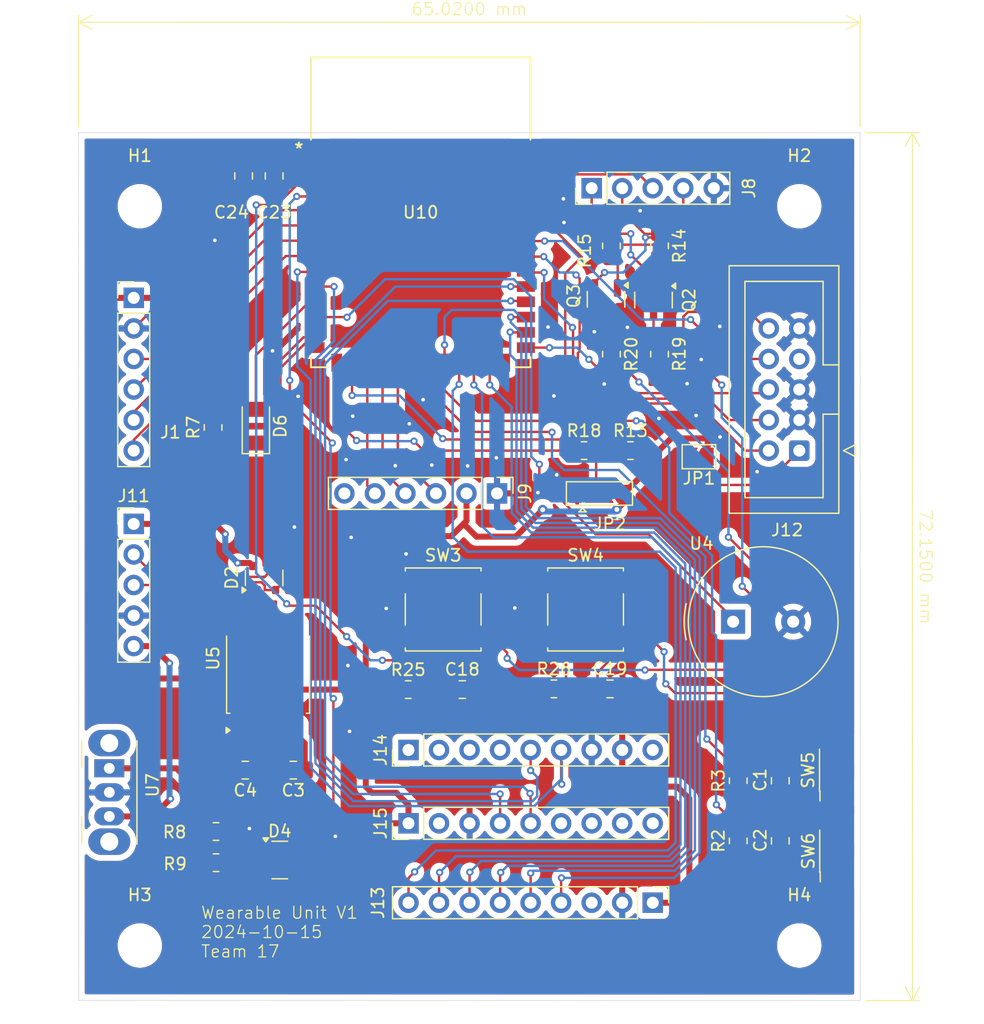
<source format=kicad_pcb>
(kicad_pcb (version 20240108) (generator "pcbnew") (generator_version "8.0")
  (layers (0 "F.Cu" signal) (31 "B.Cu" signal) (34 "B.Paste" user) (35 "F.Paste" user) (36 "B.SilkS" user "B.Silkscreen") (37 "F.SilkS" user "F.Silkscreen") (38 "B.Mask" user) (39 "F.Mask" user) (44 "Edge.Cuts" user))
  (net 0 "")
  (net 1 "/BUTTON_1")
  (net 2 "GND")
  (net 3 "/BUTTON_2")
  (net 4 "/VBAT")
  (net 5 "+3V3")
  (net 6 "/CHIP_PU")
  (net 7 "/GPIO0_STRAPPING")
  (net 8 "/D-")
  (net 9 "+5V")
  (net 10 "/D+")
  (net 11 "/VBAT_SENSE")
  (net 12 "/LED")
  (net 13 "Net-(D6-K)")
  (net 14 "/TX")
  (net 15 "/RTS")
  (net 16 "/RX")
  (net 17 "/DTR")
  (net 18 "/GPIO15")
  (net 19 "/GPIO6")
  (net 20 "/GPIO7")
  (net 21 "/GPIO5")
  (net 22 "/MTCK")
  (net 23 "Net-(J12-VTref)")
  (net 24 "/MTDI")
  (net 26 "/MTMS")
  (net 27 "/MTDO")
  (net 28 "Net-(JP2-C)")
  (net 29 "Net-(Q2-B)")
  (net 30 "Net-(Q2-C)")
  (net 31 "Net-(Q3-B)")
  (net 32 "Net-(Q3-C)")
  (net 33 "/GPIO46_STRAPPING")
  (net 34 "/GPIO3_STRAPPING")
  (net 35 "/BUZZER")
  (net 36 "/HR_LO-")
  (net 37 "/LORA_CS")
  (net 38 "/HR_OUTPUT")
  (net 39 "/LORA_SCK")
  (net 40 "/I_M_2")
  (net 41 "/I_M_1")
  (net 42 "/LORA_G0")
  (net 43 "/LORA_MISO")
  (net 44 "/LORA_RST")
  (net 45 "/HR_L0+")
  (net 46 "/6DOF_SDA")
  (net 47 "/LORA_MOSI")
  (net 48 "/GPIO45_STRAPPING")
  (net 49 "/6DOF_SCL")
  (net 62 "Net-(J11-BAT)")
  (net 63 "Net-(SW6-1*)")
  (net 64 "Net-(SW5-1*)")
  (net 65 "/GPS_TX")
  (net 66 "/GPS_RX")
  (footprint "Package_TO_SOT_SMD:SOT-23" (layer "F.Cu") (at 116.3969 62.1538 -90)
    (property "Reference" "Q2")
    (property "Value" "SS8050-G")
  )
  (footprint "Button_Switch_SMD:SW_SPST_B3S-1000" (layer "F.Cu") (at 110.744 87.884)
    (property "Reference" "SW4")
    (property "Value" "SW_Push")
  )
  (footprint "Resistor_SMD:R_0805_2012Metric_Pad1.20x1.40mm_HandSolder" (layer "F.Cu") (at 116.8969 57.6538 -90)
    (property "Reference" "R14")
    (property "Value" "10k")
  )
  (footprint "Connector_PinHeader_2.54mm:PinHeader_1x09_P2.54mm_Vertical" (layer "F.Cu") (at 96.012 105.664 90)
    (property "Reference" "J15")
    (property "Value" "6-DoF_interface_connectors")
  )
  (footprint "Resistor_SMD:R_0805_2012Metric_Pad1.20x1.40mm_HandSolder" (layer "F.Cu") (at 80.0006 108.9406)
    (property "Reference" "R9")
    (property "Value" "10k")
  )
  (footprint "Resistor_SMD:R_0805_2012Metric_Pad1.20x1.40mm_HandSolder" (layer "F.Cu") (at 79.9975 106.347)
    (property "Reference" "R8")
    (property "Value" "100k")
  )
  (footprint "Connector_PinHeader_2.54mm:PinHeader_1x09_P2.54mm_Vertical" (layer "F.Cu") (at 96.012 99.568 90)
    (property "Reference" "J14")
    (property "Value" "gps_interface_connectors")
  )
  (footprint "MountingHole:MountingHole_3.2mm_M3" (layer "F.Cu") (at 128.524 115.824)
    (property "Reference" "H4")
    (property "Value" "MountingHole")
  )
  (footprint "Resistor_SMD:R_0805_2012Metric_Pad1.20x1.40mm_HandSolder" (layer "F.Cu") (at 95.9895 94.546)
    (property "Reference" "R25")
    (property "Value" "100k")
  )
  (footprint "Button_Switch_THT:SW_Slide_SPDT_Angled_CK_OS102011MA1Q" (layer "F.Cu") (at 71.12 101.092 -90)
    (property "Reference" "U7")
    (property "Value" "ON-OFF switch")
  )
  (footprint "Capacitor_SMD:C_0805_2012Metric_Pad1.18x1.45mm_HandSolder" (layer "F.Cu") (at 112.776 94.488)
    (property "Reference" "C19")
    (property "Value" "1u")
  )
  (footprint "Connector_PinHeader_2.54mm:PinHeader_1x06_P2.54mm_Vertical" (layer "F.Cu") (at 103.378 78.232 -90)
    (property "Reference" "J9")
    (property "Value" "heartrate_interface_connectors")
  )
  (footprint "Connector_IDC:IDC-Header_2x05_P2.54mm_Vertical" (layer "F.Cu") (at 128.524 74.676 180)
    (property "Reference" "J12")
    (property "Value" "Conn_ARM_JTAG_SWD_10")
  )
  (footprint "local_footprints:ESP32-S3-WROOM-1_EXP" (layer "F.Cu") (at 97.028 54.864)
    (property "Reference" "U10")
    (property "Value" "ESP32-S3-WROOM-1-N16R2")
  )
  (footprint "Resistor_SMD:R_0805_2012Metric_Pad1.20x1.40mm_HandSolder" (layer "F.Cu") (at 79.756 72.752 90)
    (property "Reference" "R7")
    (property "Value" "220")
  )
  (footprint "Resistor_SMD:R_0805_2012Metric_Pad1.20x1.40mm_HandSolder" (layer "F.Cu") (at 112.8969 57.6538 -90)
    (property "Reference" "R15")
    (property "Value" "10k")
  )
  (footprint "Button_Switch_SMD:SW_SPST_EVQP7A" (layer "F.Cu") (at 131.755 101.25 90)
    (property "Reference" "SW5")
    (property "Value" "function button")
  )
  (footprint "Capacitor_SMD:C_0805_2012Metric_Pad1.18x1.45mm_HandSolder" (layer "F.Cu") (at 126.944 107.124 -90)
    (property "Reference" "C2")
    (property "Value" "1uF")
  )
  (footprint "Resistor_SMD:R_0805_2012Metric_Pad1.20x1.40mm_HandSolder" (layer "F.Cu") (at 112.8969 66.6538 -90)
    (property "Reference" "R20")
    (property "Value" "10k")
  )
  (footprint "Jumper:SolderJumper-2_P1.3mm_Open_TrianglePad1.0x1.5mm" (layer "F.Cu") (at 120.179 75.184 180)
    (property "Reference" "JP1")
    (property "Value" "SolderJumper_2_Open")
  )
  (footprint "Connector_PinHeader_2.54mm:PinHeader_1x06_P2.54mm_Vertical" (layer "F.Cu") (at 73.152 61.976)
    (property "Reference" "J1")
    (property "Value" "Conn_01x06")
  )
  (footprint "Package_TO_SOT_SMD:TO-252-3_TabPin2" (layer "F.Cu") (at 84.328 93.208 90)
    (property "Reference" "U5")
    (property "Value" "3.3V regulator")
  )
  (footprint "MountingHole:MountingHole_3.2mm_M3" (layer "F.Cu") (at 73.66 115.824)
    (property "Reference" "H3")
    (property "Value" "MountingHole")
  )
  (footprint "Button_Switch_SMD:SW_SPST_EVQP7A" (layer "F.Cu") (at 131.775 107.972 90)
    (property "Reference" "SW6")
    (property "Value" "function button")
  )
  (footprint "Buzzer_Beeper:Buzzer_TDK_PS1240P02BT_D12.2mm_H6.5mm" (layer "F.Cu") (at 123.016 88.9)
    (property "Reference" "U4")
    (property "Value" "PS1440P02BT")
  )
  (footprint "Resistor_SMD:R_0805_2012Metric_Pad1.20x1.40mm_HandSolder" (layer "F.Cu") (at 110.6215 74.676)
    (property "Reference" "R18")
    (property "Value" "1k")
  )
  (footprint "Capacitor_SMD:C_0805_2012Metric_Pad1.18x1.45mm_HandSolder" (layer "F.Cu") (at 82.296 51.8375 90)
    (property "Reference" "C24")
    (property "Value" "100n")
  )
  (footprint "Jumper:SolderJumper-3_P2.0mm_Open_TrianglePad1.0x1.5mm" (layer "F.Cu") (at 111.8965 78.266)
    (property "Reference" "JP2")
    (property "Value" "SolderJumper_3_Open")
  )
  (footprint "Resistor_SMD:R_0805_2012Metric_Pad1.20x1.40mm_HandSolder" (layer "F.Cu") (at 114.4778 74.676)
    (property "Reference" "R13")
    (property "Value" "1k")
  )
  (footprint "MountingHole:MountingHole_3.2mm_M3" (layer "F.Cu") (at 73.66 54.356)
    (property "Reference" "H1")
    (property "Value" "MountingHole")
  )
  (footprint "LED_SMD:LED_1206_3216Metric" (layer "F.Cu") (at 83.312 72.644 90)
    (property "Reference" "D6")
    (property "Value" "Status LED")
  )
  (footprint "Resistor_SMD:R_0805_2012Metric_Pad1.20x1.40mm_HandSolder" (layer "F.Cu") (at 116.8969 66.6538 -90)
    (property "Reference" "R19")
    (property "Value" "10k")
  )
  (footprint "Connector_PinHeader_2.54mm:PinHeader_1x09_P2.54mm_Vertical" (layer "F.Cu") (at 116.332 112.268 -90)
    (property "Reference" "J13")
    (property "Value" "LoRa_interface_connectors")
  )
  (footprint "Connector_PinHeader_2.54mm:PinHeader_1x05_P2.54mm_Vertical" (layer "F.Cu") (at 73.152 80.772)
    (property "Reference" "J11")
    (property "Value" "charger_interface_connectors")
  )
  (footprint "Resistor_SMD:R_0805_2012Metric_Pad1.20x1.40mm_HandSolder" (layer "F.Cu") (at 108.1135 94.488)
    (property "Reference" "R26")
    (property "Value" "100k")
  )
  (footprint "Resistor_SMD:R_0805_2012Metric_Pad1.20x1.40mm_HandSolder" (layer "F.Cu") (at 123.444 102.124 90)
    (property "Reference" "R3")
    (property "Value" "10k")
  )
  (footprint "MountingHole:MountingHole_3.2mm_M3" (layer "F.Cu") (at 128.524 54.356)
    (property "Reference" "H2")
    (property "Value" "MountingHole")
  )
  (footprint "Resistor_SMD:R_0805_2012Metric_Pad1.20x1.40mm_HandSolder" (layer "F.Cu") (at 123.444 107.124 90)
    (property "Reference" "R2")
    (property "Value" "10k")
  )
  (footprint "Connector_PinHeader_2.54mm:PinHeader_1x05_P2.54mm_Vertical" (layer "F.Cu") (at 111.252 52.8574 90)
    (property "Reference" "J8")
    (property "Value" "Conn_01x05_Female")
  )
  (footprint "Button_Switch_SMD:SW_SPST_B3S-1000" (layer "F.Cu") (at 98.896 87.884)
    (property "Reference" "SW3")
    (property "Value" "SW_Push")
  )
  (footprint "Package_TO_SOT_SMD:SOT-23" (layer "F.Cu") (at 112.4469 62.0913 -90)
    (property "Reference" "Q3")
    (property "Value" "SS8050-G")
  )
  (footprint "Capacitor_SMD:C_0805_2012Metric_Pad1.18x1.45mm_HandSolder" (layer "F.Cu") (at 82.43175 101.243 180)
    (property "Reference" "C4")
    (property "Value" "22uF")
  )
  (footprint "Capacitor_SMD:C_0805_2012Metric_Pad1.18x1.45mm_HandSolder" (layer "F.Cu") (at 100.4895 94.546)
    (property "Reference" "C18")
    (property "Value" "1u")
  )
  (footprint "Capacitor_SMD:C_0805_2012Metric_Pad1.18x1.45mm_HandSolder" (layer "F.Cu") (at 84.836 51.8375 90)
    (property "Reference" "C23")
    (property "Value" "10u")
  )
  (footprint "Package_TO_SOT_SMD:SOT-23" (layer "F.Cu") (at 85.3 108.7175)
    (property "Reference" "D4")
    (property "Value" "BAT54S")
  )
  (footprint "Package_TO_SOT_SMD:SOT-143" (layer "F.Cu") (at 84.003 85.273 90)
    (property "Reference" "D2")
    (property "Value" "SP0503BAHT")
  )
  (footprint "Capacitor_SMD:C_0805_2012Metric_Pad1.18x1.45mm_HandSolder" (layer "F.Cu") (at 126.944 102.124 -90)
    (property "Reference" "C1")
    (property "Value" "1uF")
  )
  (footprint "Capacitor_SMD:C_0805_2012Metric_Pad1.18x1.45mm_HandSolder" (layer "F.Cu") (at 86.43175 101.243 180)
    (property "Reference" "C3")
    (property "Value" "10uF")
  )
  (gr_line (start 74.168 61.976) (end 73.152 62.484) (stroke (width 0.2)) (layer "F.Cu") (net 5))
  (gr_line (start 133.58 48.25) (end 133.59 120.4) (stroke (width 0.05)) (layer "Edge.Cuts"))
  (gr_line (start 68.58 120.38) (end 68.56 48.24) (stroke (width 0.05)) (layer "Edge.Cuts"))
  (gr_line (start 133.59 120.4) (end 68.58 120.38) (stroke (width 0.05)) (layer "Edge.Cuts"))
  (gr_line (start 68.56 48.24) (end 133.58 48.25) (stroke (width 0.05)) (layer "Edge.Cuts"))
  (gr_text "Wearable Unit V1\n2024-10-15\nTeam 17" (at 78.69 116.9 0) (layer "F.SilkS") (effects (font (size 1 1) (thickness 0.1)) (justify left bottom)))
  (dimension (type aligned) (layer "F.SilkS") (pts (xy 68.56 48.24) (xy 133.58 48.25)) (height -9.175274) (gr_text "65.0200 mm" (at 101.07158 37.969726 359.991188) (layer "F.SilkS") (effects (font (size 1 1) (thickness 0.1)))) (format (prefix "") (suffix "") (units 3) (units_format 1) (precision 4)) (style (thickness 0.1) (arrow_length 1.27) (text_position_mode 0) (extension_height 0.58642) (extension_offset 0.5) keep_text_aligned))
  (dimension (type aligned) (layer "F.SilkS") (pts (xy 133.58 48.25) (xy 133.59 120.4)) (height -4.351751) (gr_text "72.1500 mm" (at 139.036751 84.324245 270.0079412) (layer "F.SilkS") (effects (font (size 1 1) (thickness 0.1)))) (format (prefix "") (suffix "") (units 3) (units_format 1) (precision 4)) (style (thickness 0.1) (arrow_length 1.27) (text_position_mode 0) (extension_height 0.58642) (extension_offset 0.5) keep_text_aligned))
  (segment (start 107.95 73.15) (end 107.92 73.12) (width 0.2) (layer "F.Cu") (net 1))
  (segment (start 123.301 101.124) (end 123.444 101.124) (width 0.2) (layer "F.Cu") (net 1))
  (segment (start 96.393 68.3133) (end 96.393 67.364) (width 0.2) (layer "F.Cu") (net 1))
  (segment (start 120.837 98.66) (end 123.301 101.124) (width 0.2) (layer "F.Cu") (net 1))
  (segment (start 126.9065 101.124) (end 126.944 101.0865) (width 0.2) (layer "F.Cu") (net 1))
  (segment (start 123.444 101.124) (end 126.9065 101.124) (width 0.2) (layer "F.Cu") (net 1))
  (segment (start 101.1997 73.12) (end 96.393 68.3133) (width 0.2) (layer "F.Cu") (net 1))
  (segment (start 107.92 73.12) (end 101.1997 73.12) (width 0.2) (layer "F.Cu") (net 1))
  (via (at 120.837 98.66) (size 0.6) (drill 0.3) (layers "F.Cu" "B.Cu") (net 1))
  (via (at 107.95 73.15) (size 0.6) (drill 0.3) (layers "F.Cu" "B.Cu") (net 1))
  (segment (start 107.95 75.29) (end 108.95 76.29) (width 0.2) (layer "B.Cu") (net 1))
  (segment (start 113.516918 76.29) (end 120.71 83.483082) (width 0.2) (layer "B.Cu") (net 1))
  (segment (start 107.95 73.15) (end 107.95 75.29) (width 0.2) (layer "B.Cu") (net 1))
  (segment (start 120.71 83.483082) (end 120.71 98.66) (width 0.2) (layer "B.Cu") (net 1))
  (segment (start 120.71 98.66) (end 120.837 98.66) (width 0.2) (layer "B.Cu") (net 1))
  (segment (start 108.95 76.29) (end 113.516918 76.29) (width 0.2) (layer "B.Cu") (net 1))
  (segment (start 103.378 80.252) (end 103.35 80.28) (width 0.2) (layer "F.Cu") (net 2))
  (segment (start 101.092 105.664) (end 101.092 107.242) (width 0.2) (layer "F.Cu") (net 2))
  (segment (start 84.836 49.556) (end 84.82 49.54) (width 0.2) (layer "F.Cu") (net 2))
  (segment (start 113.792 114.708) (end 113.79 114.71) (width 0.2) (layer "F.Cu") (net 2))
  (segment (start 111.252 97.972) (end 111.09 97.81) (width 0.2) (layer "F.Cu") (net 2))
  (segment (start 73.152 64.516) (end 74.308 63.36) (width 0.2) (layer "F.Cu") (net 2))
  (segment (start 103.378 78.232) (end 103.378 76.138) (width 0.2) (layer "F.Cu") (net 2))
  (segment (start 103.378 76.138) (end 103.37 76.13) (width 0.2) (layer "F.Cu") (net 2))
  (segment (start 111.252 101.692) (end 111.31 101.75) (width 0.2) (layer "F.Cu") (net 2))
  (segment (start 82.296 49.524) (end 82.3 49.52) (width 0.2) (layer "F.Cu") (net 2))
  (segment (start 82.296 50.8) (end 82.296 49.524) (width 0.2) (layer "F.Cu") (net 2))
  (segment (start 84.836 50.8) (end 84.836 49.556) (width 0.2) (layer "F.Cu") (net 2))
  (segment (start 103.378 78.232) (end 103.378 80.252) (width 0.2) (layer "F.Cu") (net 2))
  (segment (start 111.252 99.568) (end 111.252 97.972) (width 0.2) (layer "F.Cu") (net 2))
  (segment (start 113.792 112.268) (end 113.792 114.708) (width 0.2) (layer "F.Cu") (net 2))
  (segment (start 74.168 103.092) (end 74.17 103.09) (width 0.2) (layer "F.Cu") (net 2))
  (segment (start 101.092 107.242) (end 101.1 107.25) (width 0.2) (layer "F.Cu") (net 2))
  (segment (start 111.252 99.568) (end 111.252 101.692) (width 0.2) (layer "F.Cu") (net 2))
  (segment (start 83.253 86.273) (end 82.046 87.48) (width 0.2) (layer "F.Cu") (net 2))
  (segment (start 74.308 63.36) (end 75.34 63.36) (width 0.2) (layer "F.Cu") (net 2))
  (segment (start 71.12 103.092) (end 74.168 103.092) (width 0.2) (layer "F.Cu") (net 2))
  (segment (start 82.046 87.48) (end 82.02 87.48) (width 0.2) (layer "F.Cu") (net 2))
  (via (at 97.95 75.88) (size 0.6) (drill 0.3) (layers "F.Cu" "B.Cu") (net 2))
  (via (at 79.9 57.19) (size 0.6) (drill 0.3) (layers "F.Cu" "B.Cu") (net 2))
  (via (at 90.82 75.42) (size 0.6) (drill 0.3) (layers "F.Cu" "B.Cu") (net 2))
  (via (at 82.78 106.1) (size 0.6) (drill 0.3) (layers "F.Cu" "B.Cu") (net 2))
  (via (at 108.34 76.69) (size 0.6) (drill 0.3) (layers "F.Cu" "B.Cu") (net 2))
  (via (at 121.93 73.54) (size 0.6) (drill 0.3) (layers "F.Cu" "B.Cu") (net 2))
  (via (at 91.24 81.89) (size 0.6) (drill 0.3) (layers "F.Cu" "B.Cu") (net 2))
  (via (at 120.37 67.1) (size 0.6) (drill 0.3) (layers "F.Cu" "B.Cu") (net 2))
  (via (at 108.95 55.71) (size 0.6) (drill 0.3) (layers "F.Cu" "B.Cu") (net 2))
  (via (at 108.11 70.13) (size 0.6) (drill 0.3) (layers "F.Cu" "B.Cu") (net 2))
  (via (at 90.97 92.55) (size 0.6) (drill 0.3) (layers "F.Cu" "B.Cu") (net 2))
  (via (at 91.11 98.02) (size 0.6) (drill 0.3) (layers "F.Cu" "B.Cu") (net 2))
  (via (at 84.7 66.38) (size 0.6) (drill 0.3) (layers "F.Cu" "B.Cu") (net 2))
  (via (at 94.91 75.93) (size 0.6) (drill 0.3) (layers "F.Cu" "B.Cu") (net 2))
  (via (at 103.32 75.276) (size 0.6) (drill 0.3) (layers "F.Cu" "B.Cu") (net 2))
  (via (at 112.3 69.14) (size 0.6) (drill 0.3) (layers "F.Cu" "B.Cu") (net 2))
  (via (at 95.81 83.27) (size 0.6) (drill 0.3) (layers "F.Cu" "B.Cu") (net 2))
  (via (at 97.23 70.44) (size 0.6) (drill 0.3) (layers "F.Cu" "B.Cu") (net 2))
  (via (at 94.16 87.8) (size 0.6) (drill 0.3) (layers "F.Cu" "B.Cu") (net 2))
  (via (at 125.02 76.43) (size 0.6) (drill 0.3) (layers "F.Cu" "B.Cu") (net 2))
  (via (at 119.19 69.11) (size 0.6) (drill 0.3) (layers "F.Cu" "B.Cu") (net 2))
  (via (at 116.85 72) (size 0.6) (drill 0.3) (layers "F.Cu" "B.Cu") (net 2))
  (via (at 86.52 81.03) (size 0.6) (drill 0.3) (layers "F.Cu" "B.Cu") (net 2))
  (via (at 115.28 54.73) (size 0.6) (drill 0.3) (layers "F.Cu" "B.Cu") (net 2))
  (via (at 89.93 106.75) (size 0.6) (drill 0.3) (layers "F.Cu" "B.Cu") (net 2))
  (via (at 106.78 78.17) (size 0.6) (drill 0.3) (layers "F.Cu" "B.Cu") (net 2))
  (via (at 91.37 71.81) (size 0.6) (drill 0.3) (layers "F.Cu" "B.Cu") (net 2))
  (via (at 114.23 64.43) (size 0.6) (drill 0.3) (layers "F.Cu" "B.Cu") (net 2))
  (via (at 111.47 64.79) (size 0.6) (drill 0.3) (layers "F.Cu" "B.Cu") (net 2))
  (via (at 107.62 64.4) (size 0.6) (drill 0.3) (layers "F.Cu" "B.Cu") (net 2))
  (via (at 100.93 75.95) (size 0.6) (drill 0.3) (layers "F.Cu" "B.Cu") (net 2))
  (via (at 86.83 70.17) (size 0.6) (drill 0.3) (layers "F.Cu" "B.Cu") (net 2))
  (via (at 119.94 71.76) (size 0.6) (drill 0.3) (layers "F.Cu" "B.Cu") (net 2))
  (via (at 108.9 53.74) (size 0.6) (drill 0.3) (layers "F.Cu" "B.Cu") (net 2))
  (via (at 121.91 64.35) (size 0.6) (drill 0.3) (layers "F.Cu" "B.Cu") (net 2))
  (via (at 104.86 87.76) (size 0.6) (drill 0.3) (layers "F.Cu" "B.Cu") (net 2))
  (via (at 96.08 72.45) (size 0.6) (drill 0.3) (layers "F.Cu" "B.Cu") (net 2))
  (segment (start 123.444 106.124) (end 126.9065 106.124) (width 0.2) (layer "F.Cu") (net 3))
  (segment (start 126.9065 106.124) (end 126.944 106.0865) (width 0.2) (layer "F.Cu") (net 3))
  (segment (start 97.663 68.3133) (end 101.5497 72.2) (width 0.2) (layer "F.Cu") (net 3))
  (segment (start 97.663 67.364) (end 97.663 68.3133) (width 0.2) (layer "F.Cu") (net 3))
  (segment (start 101.5497 72.2) (end 114.96 72.2) (width 0.2) (layer "F.Cu") (net 3))
  (segment (start 123.444 105.934) (end 123.444 106.124) (width 0.2) (layer "F.Cu") (net 3))
  (segment (start 121.63 104.12) (end 123.444 105.934) (width 0.2) (layer "F.Cu") (net 3))
  (via (at 114.96 72.2) (size 0.6) (drill 0.3) (layers "F.Cu" "B.Cu") (net 3))
  (via (at 121.63 104.12) (size 0.6) (drill 0.3) (layers "F.Cu" "B.Cu") (net 3))
  (segment (start 121.6 90.06) (end 121.6 103.5) (width 0.2) (layer "B.Cu") (net 3))
  (segment (start 117.71 74.44) (end 117.71 79.85) (width 0.2) (layer "B.Cu") (net 3))
  (segment (start 117.71 79.85) (end 121.27 83.41) (width 0.2) (layer "B.Cu") (net 3))
  (segment (start 121.27 83.41) (end 121.27 89.73) (width 0.2) (layer "B.Cu") (net 3))
  (segment (start 121.27 89.73) (end 121.6 90.06) (width 0.2) (layer "B.Cu") (net 3))
  (segment (start 114.96 72.2) (end 115.47 72.2) (width 0.2) (layer "B.Cu") (net 3))
  (segment (start 121.6 104.09) (end 121.63 104.12) (width 0.2) (layer "B.Cu") (net 3))
  (segment (start 121.6 103.5) (end 121.6 104.09) (width 0.2) (layer "B.Cu") (net 3))
  (segment (start 115.47 72.2) (end 117.71 74.44) (width 0.2) (layer "B.Cu") (net 3))
  (segment (start 79.248 104.648) (end 78.9975 104.8985) (width 0.5) (layer "F.Cu") (net 4))
  (segment (start 76.708 101.092) (end 78.9975 103.3815) (width 0.5) (layer "F.Cu") (net 4))
  (segment (start 86.36 104.648) (end 79.248 104.648) (width 0.5) (layer "F.Cu") (net 4))
  (segment (start 87.376 99.016) (end 87.376 101.14975) (width 0.5) (layer "F.Cu") (net 4))
  (segment (start 87.46925 103.53875) (end 86.36 104.648) (width 0.5) (layer "F.Cu") (net 4))
  (segment (start 86.608 98.248) (end 87.376 99.016) (width 0.5) (layer "F.Cu") (net 4))
  (segment (start 87.46925 101.243) (end 87.46925 103.53875) (width 0.5) (layer "F.Cu") (net 4))
  (segment (start 71.12 101.092) (end 74.73 101.092) (width 0.5) (layer "F.Cu") (net 4))
  (segment (start 78.9975 103.3815) (end 78.9975 106.347) (width 0.5) (layer "F.Cu") (net 4))
  (segment (start 87.376 101.14975) (end 87.46925 101.243) (width 0.5) (layer "F.Cu") (net 4))
  (segment (start 78.9975 104.8985) (end 78.9975 106.347) (width 0.5) (layer "F.Cu") (net 4))
  (segment (start 74.73 101.092) (end 76.708 101.092) (width 0.5) (layer "F.Cu") (net 4))
  (segment (start 96.012 96.52) (end 106.172 96.52) (width 0.5) (layer "F.Cu") (net 5))
  (segment (start 94.996 103.124) (end 96.012 104.14) (width 0.5) (layer "F.Cu") (net 5))
  (segment (start 84.3625 109.6675) (end 84.425 109.73) (width 0.5) (layer "F.Cu") (net 5))
  (segment (start 115.4778 74.676) (end 115.4778 76.6847) (width 0.5) (layer "F.Cu") (net 5))
  (segment (start 107.176918 79.5894) (end 104.936318 81.83) (width 0.5) (layer "F.Cu") (net 5))
  (segment (start 104.936318 81.83) (end 101.67 81.83) (width 0.5) (layer "F.Cu") (net 5))
  (segment (start 99.568 81.788) (end 100.598 80.758) (width 0.5) (layer "F.Cu") (net 5))
  (segment (start 86.837 50.874) (end 84.836 52.875) (width 0.5) (layer "F.Cu") (net 5))
  (segment (start 78.232 59.3598) (end 78.232 54.864) (width 0.5) (layer "F.Cu") (net 5))
  (segment (start 92.456 102.616) (end 92.964 103.124) (width 0.5) (layer "F.Cu") (net 5))
  (segment (start 107.1135 95.5785) (end 107.1135 94.488) (width 0.5) (layer "F.Cu") (net 5))
  (segment (start 84.328 98.248) (end 84.328 95.148) (width 0.5) (layer "F.Cu") (net 5))
  (segment (start 94.9895 95.4975) (end 96.012 96.52) (width 0.5) (layer "F.Cu") (net 5))
  (segment (start 113.792 99.568) (end 113.792 102.108) (width 0.5) (layer "F.Cu") (net 5))
  (segment (start 96.012 104.14) (end 96.012 105.664) (width 0.5) (layer "F.Cu") (net 5))
  (segment (start 84.328 98.248) (end 84.328 99.568) (width 0.5) (layer "F.Cu") (net 5))
  (segment (start 106.172 96.52) (end 107.1135 95.5785) (width 0.5) (layer "F.Cu") (net 5))
  (segment (start 116.84 74.676) (end 117.856 73.66) (width 0.5) (layer "F.Cu") (net 5))
  (segment (start 92.964 103.124) (end 94.996 103.124) (width 0.5) (layer "F.Cu") (net 5))
  (segment (start 101.67 81.83) (end 100.598 80.758) (width 0.5) (layer "F.Cu") (net 5))
  (segment (start 117.856 73.66) (end 120.904 73.66) (width 0.5) (layer "F.Cu") (net 5))
  (segment (start 88.7202 109.73) (end 92.7862 105.664) (width 0.5) (layer "F.Cu") (net 5))
  (segment (start 94.9895 94.546) (end 94.9895 95.4975) (width 0.5) (layer "F.Cu") (net 5))
  (segment (start 94.9895 94.546) (end 92.456 94.546) (width 0.5) (layer "F.Cu") (net 5))
  (segment (start 112.776 96.52) (end 113.792 97.536) (width 0.5) (layer "F.Cu") (net 5))
  (segment (start 73.152 61.976) (end 71.628 61.976) (width 0.5) (layer "F.Cu") (net 5))
  (segment (start 107.1135 94.488) (end 107.1135 95.4295) (width 0.5) (layer "F.Cu") (net 5))
  (segment (start 84.425 109.73) (end 88.7202 109.73) (width 0.5) (layer "F.Cu") (net 5))
  (segment (start 70.612 62.992) (end 70.612 92.456) (width 0.5) (layer "F.Cu") (net 5))
  (segment (start 84.836 52.875) (end 82.296 52.875) (width 0.5) (layer "F.Cu") (net 5))
  (segment (start 100.598 80.758) (end 100.838 80.518) (width 0.5) (layer "F.Cu") (net 5))
  (segment (start 88.278 50.874) (end 86.837 50.874) (width 0.5) (layer "F.Cu") (net 5))
  (segment (start 78.232 54.864) (end 80.221 52.875) (width 0.5) (layer "F.Cu") (net 5))
  (segment (start 73.152 61.976) (end 75.6158 61.976) (width 0.5) (layer "F.Cu") (net 5))
  (segment (start 83.46925 100.42675) (end 83.46925 101.243) (width 0.5) (layer "F.Cu") (net 5))
  (segment (start 80.221 52.875) (end 82.296 52.875) (width 0.5) (layer "F.Cu") (net 5))
  (segment (start 93.98 81.788) (end 99.568 81.788) (width 0.5) (layer "F.Cu") (net 5))
  (segment (start 100.838 80.518) (end 100.838 78.232) (width 0.5) (layer "F.Cu") (net 5))
  (segment (start 119.38 111.252) (end 118.364 112.268) (width 0.5) (layer "F.Cu") (net 5))
  (segment (start 113.8965 78.266) (end 113.8965 79.015259) (width 0.5) (layer "F.Cu") (net 5))
  (segment (start 84.328 99.568) (end 83.46925 100.42675) (width 0.5) (layer "F.Cu") (net 5))
  (segment (start 107.1135 95.4295) (end 108.204 96.52) (width 0.5) (layer "F.Cu") (net 5))
  (segment (start 92.456 94.546) (end 86.776 94.546) (width 0.5) (layer "F.Cu") (net 5))
  (segment (start 120.904 73.66) (end 120.904 75.184) (width 0.5) (layer "F.Cu") (net 5))
  (segment (start 84.328 95.148) (end 85.853 93.623) (width 0.5) (layer "F.Cu") (net 5))
  (segment (start 77.13 93.623) (end 82.803 93.623) (width 0.5) (layer "F.Cu") (net 5))
  (segment (start 92.456 94.546) (end 92.456 102.616) (width 0.5) (layer "F.Cu") (net 5))
  (segment (start 118.364 102.616) (end 119.38 103.632) (width 0.5) (layer "F.Cu") (net 5))
  (segment (start 71.628 61.976) (end 70.612 62.992) (width 0.5) (layer "F.Cu") (net 5))
  (segment (start 118.364 112.268) (end 116.332 112.268) (width 0.5) (layer "F.Cu") (net 5))
  (segment (start 115.4778 76.6847) (end 113.8965 78.266) (width 0.5) (layer "F.Cu") (net 5))
  (segment (start 114.3 102.616) (end 118.364 102.616) (width 0.5) (layer "F.Cu") (net 5))
  (segment (start 119.38 106.58) (end 119.38 111.252) (width 0.5) (layer "F.Cu") (net 5))
  (segment (start 70.612 92.456) (end 71.779 93.623) (width 0.5) (layer "F.Cu") (net 5))
  (segment (start 115.284 74.676) (end 116.84 74.676) (width 0.5) (layer "F.Cu") (net 5))
  (segment (start 71.779 93.623) (end 77.13 93.623) (width 0.5) (layer "F.Cu") (net 5))
  (segment (start 92.456 83.312) (end 93.98 81.788) (width 0.5) (layer "F.Cu") (net 5))
  (segment (start 92.7862 105.664) (end 96.012 105.664) (width 0.5) (layer "F.Cu") (net 5))
  (segment (start 113.792 102.108) (end 114.3 102.616) (width 0.5) (layer "F.Cu") (net 5))
  (segment (start 92.456 94.546) (end 92.456 83.312) (width 0.5) (layer "F.Cu") (net 5))
  (segment (start 86.776 94.546) (end 85.853 93.623) (width 0.5) (layer "F.Cu") (net 5))
  (segment (start 75.6158 61.976) (end 78.232 59.3598) (width 0.5) (layer "F.Cu") (net 5))
  (segment (start 113.792 97.536) (end 113.792 99.568) (width 0.5) (layer "F.Cu") (net 5))
  (segment (start 119.38 103.632) (end 119.38 106.58) (width 0.5) (layer "F.Cu") (net 5))
  (segment (start 108.204 96.52) (end 112.776 96.52) (width 0.5) (layer "F.Cu") (net 5))
  (segment (start 113.8965 79.015259) (end 113.343595 79.568164) (width 0.5) (layer "F.Cu") (net 5))
  (via (at 107.176918 79.5894) (size 0.8) (drill 0.4) (layers "F.Cu" "B.Cu") (net 5))
  (via (at 113.343595 79.568164) (size 0.8) (drill 0.4) (layers "F.Cu" "B.Cu") (net 5))
  (segment (start 113.172359 79.7394) (end 107.17 79.7394) (width 0.5) (layer "B.Cu") (net 5))
  (segment (start 107.17 79.596318) (end 107.176918 79.5894) (width 0.5) (layer "B.Cu") (net 5))
  (segment (start 113.343595 79.568164) (end 113.172359 79.7394) (width 0.5) (layer "B.Cu") (net 5))
  (segment (start 107.17 79.7394) (end 107.17 79.596318) (width 0.5) (layer "B.Cu") (net 5))
  (segment (start 116.8969 67.6538) (end 117.6891 68.446) (width 0.2) (layer "F.Cu") (net 6))
  (segment (start 99.452 92.8768) (end 100.3046 92.0242) (width 0.2) (layer "F.Cu") (net 6))
  (segment (start 96.9895 94.546) (end 96.9895 94.3733) (width 0.2) (layer "F.Cu") (net 6))
  (segment (start 119.268071 63.1444) (end 124.3584 63.1444) (width 0.2) (layer "F.Cu") (net 6))
  (segment (start 96.9895 94.3733) (end 94.921 92.3048) (width 0.2) (layer "F.Cu") (net 6))
  (segment (start 85.058244 54.25) (end 83.34 54.25) (width 0.2) (layer "F.Cu") (net 6))
  (segment (start 125.73 90.71) (end 123.54 92.9) (width 0.2) (layer "F.Cu") (net 6))
  (segment (start 124.3584 63.1444) (end 125.73 64.516) (width 0.2) (layer "F.Cu") (net 6))
  (segment (start 115.71 92.9) (end 115.69 92.92) (width 0.2) (layer "F.Cu") (net 6))
  (segment (start 87.164244 52.144) (end 85.058244 54.25) (width 0.2) (layer "F.Cu") (net 6))
  (segment (start 121.296 68.446) (end 122.07 69.22) (width 0.2) (layer "F.Cu") (net 6))
  (segment (start 99.452 94.546) (end 99.452 92.8768) (width 0.2) (layer "F.Cu") (net 6))
  (segment (start 94.921 92.11) (end 94.921 90.134) (width 0.2) (layer "F.Cu") (net 6))
  (segment (start 118.8816 63.530871) (end 119.268071 63.1444) (width 0.2) (layer "F.Cu") (net 6))
  (segment (start 123.78 85.96) (end 125.73 87.91) (width 0.2) (layer "F.Cu") (net 6))
  (segment (start 116.8969 67.6538) (end 118.8816 65.6691) (width 0.2) (layer "F.Cu") (net 6))
  (segment (start 85.88 87.41) (end 86.04 87.57) (width 0.2) (layer "F.Cu") (net 6))
  (segment (start 125.73 87.91) (end 125.73 90.71) (width 0.2) (layer "F.Cu") (net 6))
  (segment (start 118.8816 65.6691) (end 118.8816 63.530871) (width 0.2) (layer "F.Cu") (net 6))
  (segment (start 100.9808 92.0242) (end 102.871 90.134) (width 0.2) (layer "F.Cu") (net 6))
  (segment (start 94.921 92.3048) (end 94.921 92.11) (width 0.2) (layer "F.Cu") (net 6))
  (segment (start 88.278 52.144) (end 87.164244 52.144) (width 0.2) (layer "F.Cu") (net 6))
  (segment (start 123.54 92.9) (end 115.71 92.9) (width 0.2) (layer "F.Cu") (net 6))
  (segment (start 93.84 92.11) (end 94.921 92.11) (width 0.2) (layer "F.Cu") (net 6))
  (segment (start 96.9895 94.546) (end 99.452 94.546) (width 0.2) (layer "F.Cu") (net 6))
  (segment (start 125.73 64.516) (end 125.984 64.516) (width 0.2) (layer "F.Cu") (net 6))
  (segment (start 117.6891 68.446) (end 121.296 68.446) (width 0.2) (layer "F.Cu") (net 6))
  (segment (start 86.04 87.57) (end 88.3 87.57) (width 0.2) (layer "F.Cu") (net 6))
  (segment (start 104.22 91.483) (end 102.871 90.134) (width 0.2) (layer "F.Cu") (net 6))
  (segment (start 88.3 87.57) (end 90.87 90.14) (width 0.2) (layer "F.Cu") (net 6))
  (segment (start 100.3046 92.0242) (end 100.9808 92.0242) (width 0.2) (layer "F.Cu") (net 6))
  (segment (start 104.22 91.95) (end 104.22 91.483) (width 0.2) (layer "F.Cu") (net 6))
  (via (at 104.22 91.95) (size 0.6) (drill 0.3) (layers "F.Cu" "B.Cu") (net 6))
  (via (at 123.78 85.96) (size 0.6) (drill 0.3) (layers "F.Cu" "B.Cu") (net 6))
  (via (at 83.34 54.25) (size 0.6) (drill 0.3) (layers "F.Cu" "B.Cu") (net 6))
  (via (at 115.69 92.92) (size 0.6) (drill 0.3) (layers "F.Cu" "B.Cu") (net 6))
  (via (at 93.84 92.11) (size 0.6) (drill 0.3) (layers "F.Cu" "B.Cu") (net 6))
  (via (at 122.07 69.22) (size 0.6) (drill 0.3) (layers "F.Cu" "B.Cu") (net 6))
  (via (at 85.88 87.41) (size 0.6) (drill 0.3) (layers "F.Cu" "B.Cu") (net 6))
  (via (at 90.87 90.14) (size 0.6) (drill 0.3) (layers "F.Cu" "B.Cu") (net 6))
  (segment (start 122.07 71.93) (end 123.78 73.64) (width 0.2) (layer "B.Cu") (net 6))
  (segment (start 90.87 90.14) (end 92.84 92.11) (width 0.2) (layer "B.Cu") (net 6))
  (segment (start 83.34 54.25) (end 83.34 84.87) (width 0.2) (layer "B.Cu") (net 6))
  (segment (start 92.84 92.11) (end 93.84 92.11) (width 0.2) (layer "B.Cu") (net 6))
  (segment (start 105.19 92.92) (end 104.22 91.95) (width 0.2) (layer "B.Cu") (net 6))
  (segment (start 83.34 84.87) (end 85.88 87.41) (width 0.2) (layer "B.Cu") (net 6))
  (segment (start 122.07 69.22) (end 122.07 71.93) (width 0.2) (layer "B.Cu") (net 6))
  (segment (start 123.78 73.64) (end 123.78 85.96) (width 0.2) (layer "B.Cu") (net 6))
  (segment (start 115.69 92.92) (end 105.19 92.92) (width 0.2) (layer "B.Cu") (net 6))
  (segment (start 116.004 90.134) (end 114.719 90.134) (width 0.2) (layer "F.Cu") (net 7))
  (segment (start 112.8969 67.6538) (end 113.8738 67.6538) (width 0.2) (layer "F.Cu") (net 7))
  (segment (start 129.49 85.48) (end 131.56 87.55) (width 0.2) (layer "F.Cu") (net 7))
  (segment (start 109.1135 94.488) (end 109.1135 92.4785) (width 0.2) (layer "F.Cu") (net 7))
  (segment (start 109.1135 92.4785) (end 106.769 90.134) (width 0.2) (layer "F.Cu") (net 7))
  (segment (start 131.56 87.88) (end 131.56 88.71) (width 0.2) (layer "F.Cu") (net 7))
  (segment (start 126.24 85.48) (end 129.49 85.48) (width 0.2) (layer "F.Cu") (net 7))
  (segment (start 111.7385 93.1145) (end 114.719 90.134) (width 0.2) (layer "F.Cu") (net 7))
  (segment (start 122.63 81.87) (end 126.24 85.48) (width 0.2) (layer "F.Cu") (net 7))
  (segment (start 109.1135 94.488) (end 111.7385 94.488) (width 0.2) (layer "F.Cu") (net 7))
  (segment (start 111.02 67.09) (end 111.5838 67.6538) (width 0.2) (layer "F.Cu") (net 7))
  (segment (start 105.778 66.114) (end 107.734 66.114) (width 0.2) (layer "F.Cu") (net 7))
  (segment (start 107.734 66.114) (end 107.74 66.12) (width 0.2) (layer "F.Cu") (net 7))
  (segment (start 131.56 88.71) (end 125.43 94.84) (width 0.2) (layer "F.Cu") (net 7))
  (segment (start 111.7385 94.488) (end 111.7385 93.1145) (width 0.2) (layer "F.Cu") (net 7))
  (segment (start 111.5838 67.6538) (end 112.8969 67.6538) (width 0.2) (layer "F.Cu") (net 7))
  (segment (start 113.8738 67.6538) (end 115.19 68.97) (width 0.2) (layer "F.Cu") (net 7))
  (segment (start 117.27 91.4) (end 116.004 90.134) (width 0.2) (layer "F.Cu") (net 7))
  (segment (start 125.43 94.84) (end 118.19 94.84) (width 0.2) (layer "F.Cu") (net 7))
  (segment (start 118.19 94.84) (end 117.42 94.07) (width 0.2) (layer "F.Cu") (net 7))
  (segment (start 131.56 87.55) (end 131.56 87.88) (width 0.2) (layer "F.Cu") (net 7))
  (via (at 115.19 68.97) (size 0.6) (drill 0.3) (layers "F.Cu" "B.Cu") (net 7))
  (via (at 117.42 94.07) (size 0.6) (drill 0.3) (layers "F.Cu" "B.Cu") (net 7))
  (via (at 122.63 81.87) (size 0.6) (drill 0.3) (layers "F.Cu" "B.Cu") (net 7))
  (via (at 107.74 66.12) (size 0.6) (drill 0.3) (layers "F.Cu" "B.Cu") (net 7))
  (via (at 117.27 91.4) (size 0.6) (drill 0.3) (layers "F.Cu" "B.Cu") (net 7))
  (via (at 111.02 67.09) (size 0.6) (drill 0.3) (layers "F.Cu" "B.Cu") (net 7))
  (segment (start 107.74 66.12) (end 110.05 66.12) (width 0.2) (layer "B.Cu") (net 7))
  (segment (start 110.05 66.12) (end 111.02 67.09) (width 0.2) (layer "B.Cu") (net 7))
  (segment (start 117.27 93.92) (end 117.27 91.4) (width 0.2) (layer "B.Cu") (net 7))
  (segment (start 115.19 68.97) (end 122.63 76.41) (width 0.2) (layer "B.Cu") (net 7))
  (segment (start 117.42 94.07) (end 117.27 93.92) (width 0.2) (layer "B.Cu") (net 7))
  (segment (start 122.63 76.41) (end 122.63 81.87) (width 0.2) (layer "B.Cu") (net 7))
  (segment (start 82.54001 85.17302) (end 81.890031 85.822999) (width 0.2) (layer "F.Cu") (net 8))
  (segment (start 87.5632 65.254) (end 87.2778 65.254) (width 0.2) (layer "F.Cu") (net 8))
  (segment (start 84.90502 83.566388) (end 84.953 83.614368) (width 0.2) (layer "F.Cu") (net 8))
  (segment (start 81.890031 85.822999) (end 75.662999 85.822999) (width 0.2) (layer "F.Cu") (net 8))
  (segment (start 87.9732 64.844) (end 87.5632 65.254) (width 0.2) (layer "F.Cu") (net 8))
  (segment (start 84.953 83.614368) (end 84.953 84.273) (width 0.2) (layer "F.Cu") (net 8))
  (segment (start 84.905 83.552206) (end 84.90502 83.552226) (width 0.2) (layer "F.Cu") (net 8))
  (segment (start 84.905 67.6268) (end 84.905 83.552206) (width 0.2) (layer "F.Cu") (net 8))
  (segment (start 84.953 84.273) (end 84.009485 85.216515) (width 0.2) (layer "F.Cu") (net 8))
  (segment (start 84.009485 85.216515) (end 83.96599 85.17302) (width 0.2) (layer "F.Cu") (net 8))
  (segment (start 84.90502 83.552226) (end 84.90502 83.566388) (width 0.2) (layer "F.Cu") (net 8))
  (segment (start 83.96599 85.17302) (end 82.54001 85.17302) (width 0.2) (layer "F.Cu") (net 8))
  (segment (start 88.278 64.844) (end 87.9732 64.844) (width 0.2) (layer "F.Cu") (net 8))
  (segment (start 75.662999 85.822999) (end 73.152 83.312) (width 0.2) (layer "F.Cu") (net 8))
  (segment (start 87.2778 65.254) (end 84.905 67.6268) (width 0.2) (layer "F.Cu") (net 8))
  (segment (start 84.953 84.273) (end 84.947 84.273) (width 0.2) (layer "F.Cu") (net 8))
  (segment (start 82.8 84.02) (end 83.053 84.273) (width 0.5) (layer "F.Cu") (net 9))
  (segment (start 81.79 84.02) (end 82.8 84.02) (width 0.5) (layer "F.Cu") (net 9))
  (segment (start 73.152 80.772) (end 79.922 80.772) (width 0.5) (layer "F.Cu") (net 9))
  (segment (start 79.922 80.772) (end 80.77 81.62) (width 0.5) (layer "F.Cu") (net 9))
  (via (at 80.77 81.62) (size 0.6) (drill 0.3) (layers "F.Cu" "B.Cu") (net 9))
  (via (at 81.79 84.02) (size 0.6) (drill 0.3) (layers "F.Cu" "B.Cu") (net 9))
  (segment (start 80.77 81.62) (end 80.77 83) (width 0.5) (layer "B.Cu") (net 9))
  (segment (start 80.77 83) (end 81.79 84.02) (width 0.5) (layer "B.Cu") (net 9))
  (segment (start 83.779602 85.623) (end 82.726398 85.623) (width 0.2) (layer "F.Cu") (net 10))
  (segment (start 82.076398 86.273) (end 75.476603 86.273) (width 0.2) (layer "F.Cu") (net 10))
  (segment (start 87.4642 65.704) (end 85.355 67.8132) (width 0.2) (layer "F.Cu") (net 10))
  (segment (start 87.9732 66.114) (end 87.5632 65.704) (width 0.2) (layer "F.Cu") (net 10))
  (segment (start 85.355 67.8132) (end 85.355 83.38) (width 0.2) (layer "F.Cu") (net 10))
  (segment (start 85.403 85.823) (end 84.953 86.273) (width 0.2) (layer "F.Cu") (net 10))
  (segment (start 85.403 83.428) (end 85.403 83.732448) (width 0.2) (layer "F.Cu") (net 10))
  (segment (start 84.053 86.273) (end 84.053 85.896398) (width 0.2) (layer "F.Cu") (net 10))
  (segment (start 87.5632 65.704) (end 87.4642 65.704) (width 0.2) (layer "F.Cu") (net 10))
  (segment (start 85.553 83.882448) (end 85.553 84.663552) (width 0.2) (layer "F.Cu") (net 10))
  (segment (start 88.278 66.114) (end 87.9732 66.114) (width 0.2) (layer "F.Cu") (net 10))
  (segment (start 75.476603 86.273) (end 75.055603 85.852) (width 0.2) (layer "F.Cu") (net 10))
  (segment (start 85.355 83.38) (end 85.403 83.428) (width 0.2) (layer "F.Cu") (net 10))
  (segment (start 85.403 84.813552) (end 85.403 85.823) (width 0.2) (layer "F.Cu") (net 10))
  (segment (start 75.055603 85.852) (end 73.152 85.852) (width 0.2) (layer "F.Cu") (net 10))
  (segment (start 84.953 86.273) (end 84.053 86.273) (width 0.2) (layer "F.Cu") (net 10))
  (segment (start 85.403 83.732448) (end 85.553 83.882448) (width 0.2) (layer "F.Cu") (net 10))
  (segment (start 84.053 85.896398) (end 83.779602 85.623) (width 0.2) (layer "F.Cu") (net 10))
  (segment (start 82.726398 85.623) (end 82.076398 86.273) (width 0.2) (layer "F.Cu") (net 10))
  (segment (start 85.553 84.663552) (end 85.403 84.813552) (width 0.2) (layer "F.Cu") (net 10))
  (segment (start 83.368 108.7175) (end 86.3625 108.7175) (width 0.2) (layer "F.Cu") (net 11))
  (segment (start 86.7156 53.5432) (end 88.1488 53.5432) (width 0.2) (layer "F.Cu") (net 11))
  (segment (start 79.0006 108.3439) (end 79.0006 108.9406) (width 0.2) (layer "F.Cu") (net 11))
  (segment (start 80.9975 106.347) (end 79.0006 108.3439) (width 0.2) (layer "F.Cu") (net 11))
  (segment (start 80.9975 106.347) (end 83.368 108.7175) (width 0.2) (layer "F.Cu") (net 11))
  (segment (start 86.3625 108.7175) (end 89.7636 105.3164) (width 0.2) (layer "F.Cu") (net 11))
  (segment (start 89.6714 74.041) (end 86.1314 70.501) (width 0.2) (layer "F.Cu") (net 11))
  (segment (start 86.1314 70.501) (end 86.1314 68.834) (width 0.2) (layer "F.Cu") (net 11))
  (segment (start 88.1488 53.5432) (end 88.278 53.414) (width 0.2) (layer "F.Cu") (net 11))
  (segment (start 89.7636 105.3164) (end 89.7636 95.296) (width 0.2) (layer "F.Cu") (net 11))
  (via (at 86.1314 68.834) (size 0.6) (drill 0.3) (layers "F.Cu" "B.Cu") (net 11))
  (via (at 89.6714 74.041) (size 0.6) (drill 0.3) (layers "F.Cu" "B.Cu") (net 11))
  (via (at 89.7636 95.296) (size 0.6) (drill 0.3) (layers "F.Cu" "B.Cu") (net 11))
  (via (at 86.7156 53.5432) (size 0.6) (drill 0.3) (layers "F.Cu" "B.Cu") (net 11))
  (segment (start 86.1314 54.1274) (end 86.7156 53.5432) (width 0.2) (layer "B.Cu") (net 11))
  (segment (start 89.528 95.0604) (end 89.528 74.1844) (width 0.2) (layer "B.Cu") (net 11))
  (segment (start 89.528 74.1844) (end 89.6714 74.041) (width 0.2) (layer "B.Cu") (net 11))
  (segment (start 86.1314 68.834) (end 86.1314 54.1274) (width 0.2) (layer "B.Cu") (net 11))
  (segment (start 89.7636 95.296) (end 89.528 95.0604) (width 0.2) (layer "B.Cu") (net 11))
  (segment (start 87.7542 62.304) (end 88.278 62.304) (width 0.2) (layer "F.Cu") (net 12))
  (segment (start 83.312 66.7462) (end 87.7542 62.304) (width 0.2) (layer "F.Cu") (net 12))
  (segment (start 83.312 71.244) (end 83.312 66.7462) (width 0.2) (layer "F.Cu") (net 12))
  (segment (start 79.756 73.752) (end 83.02 73.752) (width 0.2) (layer "F.Cu") (net 13))
  (segment (start 83.02 73.752) (end 83.312 74.044) (width 0.2) (layer "F.Cu") (net 13))
  (segment (start 116.332 52.8574) (end 115.182 51.7074) (width 0.2) (layer "F.Cu") (net 14))
  (segment (start 115.182 51.7074) (end 109.5572 51.7074) (width 0.2) (layer "F.Cu") (net 14))
  (segment (start 109.5572 51.7074) (end 107.8506 53.414) (width 0.2) (layer "F.Cu") (net 14))
  (segment (start 107.8506 53.414) (end 105.778 53.414) (width 0.2) (layer "F.Cu") (net 14))
  (segment (start 111.252 54.8132) (end 112.8969 56.4581) (width 0.2) (layer "F.Cu") (net 15))
  (segment (start 115.4469 59.3383) (end 114.5032 58.3946) (width 0.2) (layer "F.Cu") (net 15))
  (segment (start 114.5032 56.642) (end 112.9087 56.642) (width 0.2) (layer "F.Cu") (net 15))
  (segment (start 115.4469 61.2163) (end 115.4469 59.3383) (width 0.2) (layer "F.Cu") (net 15))
  (segment (start 111.252 52.8574) (end 111.252 54.8132) (width 0.2) (layer "F.Cu") (net 15))
  (segment (start 112.8969 56.4581) (end 112.8969 56.6538) (width 0.2) (layer "F.Cu") (net 15))
  (segment (start 112.9087 56.642) (end 112.8969 56.6538) (width 0.2) (layer "F.Cu") (net 15))
  (via (at 114.5032 56.642) (size 0.6) (drill 0.3) (layers "F.Cu" "B.Cu") (net 15))
  (via (at 114.5032 58.3946) (size 0.6) (drill 0.3) (layers "F.Cu" "B.Cu") (net 15))
  (segment (start 114.5032 58.3946) (end 114.5032 56.642) (width 0.2) (layer "B.Cu") (net 15))
  (segment (start 118.872 52.8574) (end 118.872 56.263444) (width 0.2) (layer "F.Cu") (net 16))
  (segment (start 112.1892 57.5538) (end 109.3194 54.684) (width 0.2) (layer "F.Cu") (net 16))
  (segment (start 109.3194 54.684) (end 105.778 54.684) (width 0.2) (layer "F.Cu") (net 16))
  (segment (start 117.581644 57.5538) (end 112.1892 57.5538) (width 0.2) (layer "F.Cu") (net 16))
  (segment (start 118.872 56.263444) (end 117.581644 57.5538) (width 0.2) (layer "F.Cu") (net 16))
  (segment (start 113.792 52.8574) (end 113.792 54.7878) (width 0.2) (layer "F.Cu") (net 17))
  (segment (start 116.5969 56.9538) (end 116.8969 56.6538) (width 0.2) (layer "F.Cu") (net 17))
  (segment (start 111.4969 61.1538) (end 111.4969 60.6897) (width 0.2) (layer "F.Cu") (net 17))
  (segment (start 115.7224 56.9538) (end 116.5969 56.9538) (width 0.2) (layer "F.Cu") (net 17))
  (segment (start 111.4969 60.6897) (end 112.3188 59.8678) (width 0.2) (layer "F.Cu") (net 17))
  (segment (start 115.658 56.6538) (end 116.8969 56.6538) (width 0.2) (layer "F.Cu") (net 17))
  (segment (start 113.792 54.7878) (end 115.658 56.6538) (width 0.2) (layer "F.Cu") (net 17))
  (via (at 112.3188 59.8678) (size 0.6) (drill 0.3) (layers "F.Cu" "B.Cu") (net 17))
  (via (at 115.7224 56.9538) (size 0.6) (drill 0.3) (layers "F.Cu" "B.Cu") (net 17))
  (segment (start 112.3188 59.8678) (end 113.878529 59.8678) (width 0.2) (layer "B.Cu") (net 17))
  (segment (start 115.7224 58.023929) (end 115.7224 56.9538) (width 0.2) (layer "B.Cu") (net 17))
  (segment (start 113.878529 59.8678) (end 115.7224 58.023929) (width 0.2) (layer "B.Cu") (net 17))
  (segment (start 73.152 73.787) (end 73.152 74.676) (width 0.2) (layer "F.Cu") (net 18))
  (segment (start 85.8012 58.4962) (end 78.2066 66.0908) (width 0.2) (layer "F.Cu") (net 18))
  (segment (start 87.240871 58.494) (end 87.238671 58.4962) (width 0.2) (layer "F.Cu") (net 18))
  (segment (start 88.278 58.494) (end 87.240871 58.494) (width 0.2) (layer "F.Cu") (net 18))
  (segment (start 78.2066 68.7324) (end 73.152 73.787) (width 0.2) (layer "F.Cu") (net 18))
  (segment (start 78.2066 66.0908) (end 78.2066 68.7324) (width 0.2) (layer "F.Cu") (net 18))
  (segment (start 87.238671 58.4962) (end 85.8012 58.4962) (width 0.2) (layer "F.Cu") (net 18))
  (segment (start 76.6318 64.5668) (end 76.6318 66.1162) (width 0.2) (layer "F.Cu") (net 19))
  (segment (start 88.278 55.954) (end 85.2446 55.954) (width 0.2) (layer "F.Cu") (net 19))
  (segment (start 76.6318 66.1162) (end 73.152 69.596) (width 0.2) (layer "F.Cu") (net 19))
  (segment (start 85.2446 55.954) (end 76.6318 64.5668) (width 0.2) (layer "F.Cu") (net 19))
  (segment (start 85.3462 57.224) (end 88.278 57.224) (width 0.2) (layer "F.Cu") (net 20))
  (segment (start 73.152 71.4756) (end 77.4446 67.183) (width 0.2) (layer "F.Cu") (net 20))
  (segment (start 77.4446 65.1256) (end 85.3462 57.224) (width 0.2) (layer "F.Cu") (net 20))
  (segment (start 73.152 72.136) (end 73.152 71.4756) (width 0.2) (layer "F.Cu") (net 20))
  (segment (start 77.4446 67.183) (end 77.4446 65.1256) (width 0.2) (layer "F.Cu") (net 20))
  (segment (start 85.0414 54.684) (end 88.278 54.684) (width 0.2) (layer "F.Cu") (net 21))
  (segment (start 75.9968 63.7286) (end 85.0414 54.684) (width 0.2) (layer "F.Cu") (net 21))
  (segment (start 74.6252 67.056) (end 75.9968 65.6844) (width 0.2) (layer "F.Cu") (net 21))
  (segment (start 75.9968 65.6844) (end 75.9968 63.7286) (width 0.2) (layer "F.Cu") (net 21))
  (segment (start 73.152 67.056) (end 74.6252 67.056) (width 0.2) (layer "F.Cu") (net 21))
  (segment (start 109.7026 68.834) (end 109.7026 64.4906) (width 0.2) (layer "F.Cu") (net 22))
  (segment (start 122.7074 72.136) (end 120.9294 70.358) (width 0.2) (layer "F.Cu") (net 22))
  (segment (start 105.8818 59.8678) (end 105.778 59.764) (width 0.2) (layer "F.Cu") (net 22))
  (segment (start 111.2266 70.358) (end 109.7026 68.834) (width 0.2) (layer "F.Cu") (net 22))
  (segment (start 120.9294 70.358) (end 111.2266 70.358) (width 0.2) (layer "F.Cu") (net 22))
  (segment (start 107.2896 59.8678) (end 105.8818 59.8678) (width 0.2) (layer "F.Cu") (net 22))
  (segment (start 125.984 72.136) (end 122.7074 72.136) (width 0.2) (layer "F.Cu") (net 22))
  (segment (start 109.7026 64.4906) (end 109.6518 64.4398) (width 0.2) (layer "F.Cu") (net 22))
  (via (at 109.6518 64.4398) (size 0.6) (drill 0.3) (layers "F.Cu" "B.Cu") (net 22))
  (via (at 107.2896 59.8678) (size 0.6) (drill 0.3) (layers "F.Cu" "B.Cu") (net 22))
  (segment (start 109.6518 64.4398) (end 107.2896 62.0776) (width 0.2) (layer "B.Cu") (net 22))
  (segment (start 107.2896 62.0776) (end 107.2896 59.8678) (width 0.2) (layer "B.Cu") (net 22))
  (segment (start 128.524 74.676) (end 125.67 77.53) (width 0.2) (layer "F.Cu") (net 23))
  (segment (start 125.67 77.53) (end 120.37 77.53) (width 0.2) (layer "F.Cu") (net 23))
  (segment (start 120.37 77.53) (end 119.454 76.614) (width 0.2) (layer "F.Cu") (net 23))
  (segment (start 119.454 76.614) (end 119.454 75.184) (width 0.2) (layer "F.Cu") (net 23))
  (segment (start 105.8056 57.2516) (end 105.778 57.224) (width 0.2) (layer "F.Cu") (net 24))
  (segment (start 107.3404 57.2516) (end 105.8056 57.2516) (width 0.2) (layer "F.Cu") (net 24))
  (segment (start 122.7582 67.056) (end 119.4816 63.7794) (width 0.2) (layer "F.Cu") (net 24))
  (segment (start 125.984 67.056) (end 122.7582 67.056) (width 0.2) (layer "F.Cu") (net 24))
  (via (at 119.4816 63.7794) (size 0.6) (drill 0.3) (layers "F.Cu" "B.Cu") (net 24))
  (via (at 107.3404 57.2516) (size 0.6) (drill 0.3) (layers "F.Cu" "B.Cu") (net 24))
  (segment (start 108.854071 57.2516) (end 107.3404 57.2516) (width 0.2) (layer "B.Cu") (net 24))
  (segment (start 115.381871 63.7794) (end 108.854071 57.2516) (width 0.2) (layer "B.Cu") (net 24))
  (segment (start 119.4816 63.7794) (end 115.381871 63.7794) (width 0.2) (layer "B.Cu") (net 24))
  (segment (start 109.0518 68.748886) (end 111.060914 70.758) (width 0.2) (layer "F.Cu") (net 26))
  (segment (start 120.0848 70.758) (end 124.0028 74.676) (width 0.2) (layer "F.Cu") (net 26))
  (segment (start 105.778 55.954) (end 107.7954 55.954) (width 0.2) (layer "F.Cu") (net 26))
  (segment (start 111.060914 70.758) (end 120.0848 70.758) (width 0.2) (layer "F.Cu") (net 26))
  (segment (start 124.0028 74.676) (end 125.984 74.676) (width 0.2) (layer "F.Cu") (net 26))
  (segment (start 110.4138 58.5724) (end 109.0518 59.9344) (width 0.2) (layer "F.Cu") (net 26))
  (segment (start 107.7954 55.954) (end 110.4138 58.5724) (width 0.2) (layer "F.Cu") (net 26))
  (segment (start 109.0518 59.9344) (end 109.0518 68.748886) (width 0.2) (layer "F.Cu") (net 26))
  (segment (start 107.2642 58.547) (end 105.831 58.547) (width 0.2) (layer "F.Cu") (net 27))
  (segment (start 105.831 58.547) (end 105.778 58.494) (width 0.2) (layer "F.Cu") (net 27))
  (segment (start 110.2518 66.4242) (end 110.2518 60.3662) (width 0.2) (layer "F.Cu") (net 27))
  (segment (start 110.2518 60.3662) (end 109.9566 60.071) (width 0.2) (layer "F.Cu") (net 27))
  (segment (start 111.331643 69.897357) (end 110.1026 68.668314) (width 0.2) (layer "F.Cu") (net 27))
  (segment (start 126.285357 69.897357) (end 111.331643 69.897357) (width 0.2) (layer "F.Cu") (net 27))
  (segment (start 110.1026 66.5734) (end 110.2518 66.4242) (width 0.2) (layer "F.Cu") (net 27))
  (segment (start 110.1026 68.668314) (end 110.1026 66.5734) (width 0.2) (layer "F.Cu") (net 27))
  (via (at 107.2642 58.547) (size 0.6) (drill 0.3) (layers "F.Cu" "B.Cu") (net 27))
  (via (at 109.9566 60.071) (size 0.6) (drill 0.3) (layers "F.Cu" "B.Cu") (net 27))
  (segment (start 109.9566 60.071) (end 109.7534 59.8678) (width 0.2) (layer "B.Cu") (net 27))
  (segment (start 108.585 59.8678) (end 107.2642 58.547) (width 0.2) (layer "B.Cu") (net 27))
  (segment (start 109.7534 59.8678) (end 108.585 59.8678) (width 0.2) (layer "B.Cu") (net 27))
  (segment (start 111.6215 77.991) (end 111.8965 78.266) (width 0.2) (layer "F.Cu") (net 28))
  (segment (start 111.6215 74.676) (end 111.6215 77.991) (width 0.2) (layer "F.Cu") (net 28))
  (segment (start 117.3469 61.2163) (end 117.3469 59.1038) (width 0.2) (layer "F.Cu") (net 29))
  (segment (start 117.3469 59.1038) (end 116.8969 58.6538) (width 0.2) (layer "F.Cu") (net 29))
  (segment (start 116.3969 65.1538) (end 116.8969 65.6538) (width 0.2) (layer "F.Cu") (net 30))
  (segment (start 116.3969 63.0913) (end 116.3969 65.1538) (width 0.2) (layer "F.Cu") (net 30))
  (segment (start 112.8969 58.6538) (end 113.4171 59.174) (width 0.2) (layer "F.Cu") (net 31))
  (segment (start 113.4171 59.174) (end 113.4171 61.1336) (width 0.2) (layer "F.Cu") (net 31))
  (segment (start 113.4171 61.1336) (end 113.3969 61.1538) (width 0.2) (layer "F.Cu") (net 31))
  (segment (start 113.573644 65.760152) (end 113.073644 65.260152) (width 0.2) (layer "F.Cu") (net 32))
  (segment (start 112.8969 63.4788) (end 112.4469 63.0288) (width 0.2) (layer "F.Cu") (net 32))
  (segment (start 112.8969 65.6538) (end 112.8969 63.4788) (width 0.2) (layer "F.Cu") (net 32))
  (segment (start 112.4518 73.65) (end 113.4778 74.676) (width 0.2) (layer "F.Cu") (net 33))
  (segment (start 98.86 73.68) (end 98.93 73.75) (width 0.2) (layer "F.Cu") (net 33))
  (segment (start 91.313 67.364) (end 91.313 70.083) (width 0.2) (layer "F.Cu") (net 33))
  (segment (start 109.06 73.65) (end 112.4518 73.65) (width 0.2) (layer "F.Cu") (net 33))
  (segment (start 108.96 73.75) (end 109.06 73.65) (width 0.2) (layer "F.Cu") (net 33))
  (segment (start 98.93 73.75) (end 108.96 73.75) (width 0.2) (layer "F.Cu") (net 33))
  (segment (start 91.313 70.083) (end 91.32 70.09) (width 0.2) (layer "F.Cu") (net 33))
  (via (at 98.86 73.68) (size 0.6) (drill 0.3) (layers "F.Cu" "B.Cu") (net 33))
  (via (at 91.32 70.09) (size 0.6) (drill 0.3) (layers "F.Cu" "B.Cu") (net 33))
  (segment (start 95.27 70.09) (end 98.86 73.68) (width 0.2) (layer "B.Cu") (net 33))
  (segment (start 91.32 70.09) (end 95.27 70.09) (width 0.2) (layer "B.Cu") (net 33))
  (segment (start 97.2566 74.676) (end 96.4692 73.8886) (width 0.2) (layer "F.Cu") (net 34))
  (segment (start 91.694 73.8378) (end 90.043 72.1868) (width 0.2) (layer "F.Cu") (net 34))
  (segment (start 90.043 72.1868) (end 90.043 67.364) (width 0.2) (layer "F.Cu") (net 34))
  (segment (start 109.6215 74.676) (end 97.2566 74.676) (width 0.2) (layer "F.Cu") (net 34))
  (via (at 96.4692 73.8886) (size 0.6) (drill 0.3) (layers "F.Cu" "B.Cu") (net 34))
  (via (at 91.694 73.8378) (size 0.6) (drill 0.3) (layers "F.Cu" "B.Cu") (net 34))
  (segment (start 91.7448 73.8886) (end 91.694 73.8378) (width 0.2) (layer "B.Cu") (net 34))
  (segment (start 96.4692 73.8886) (end 91.7448 73.8886) (width 0.2) (layer "B.Cu") (net 34))
  (segment (start 90.8939 63.5889) (end 90.879 63.574) (width 0.2) (layer "F.Cu") (net 35))
  (segment (start 106.9 75.81) (end 106.9 76.950836) (width 0.2) (layer "F.Cu") (net 35))
  (segment (start 123.016 88.6498) (end 123.016 88.9) (width 0.2) (layer "F.Cu") (net 35))
  (segment (start 106.9 76.950836) (end 111.584764 81.6356) (width 0.2) (layer "F.Cu") (net 35))
  (segment (start 116.0018 81.6356) (end 123.016 88.6498) (width 0.2) (layer "F.Cu") (net 35))
  (segment (start 90.879 63.574) (end 88.278 63.574) (width 0.2) (layer "F.Cu") (net 35))
  (segment (start 111.584764 81.6356) (end 116.0018 81.6356) (width 0.2) (layer "F.Cu") (net 35))
  (via (at 90.8939 63.5889) (size 0.6) (drill 0.3) (layers "F.Cu" "B.Cu") (net 35))
  (via (at 106.9 75.81) (size 0.6) (drill 0.3) (layers "F.Cu" "B.Cu") (net 35))
  (segment (start 94.0562 60.4266) (end 104.759929 60.4266) (width 0.2) (layer "B.Cu") (net 35))
  (segment (start 106.2228 75.1728) (end 106.8436 75.7936) (width 0.2) (layer "B.Cu") (net 35))
  (segment (start 104.759929 60.4266) (end 106.2228 61.889471) (width 0.2) (layer "B.Cu") (net 35))
  (segment (start 106.2228 61.889471) (end 106.2228 75.1728) (width 0.2) (layer "B.Cu") (net 35))
  (segment (start 90.8939 63.5889) (end 94.0562 60.4266) (width 0.2) (layer "B.Cu") (net 35))
  (segment (start 95.758 78.232) (end 93.853 76.327) (width 0.2) (layer "F.Cu") (net 36))
  (segment (start 93.853 76.327) (end 93.853 67.364) (width 0.2) (layer "F.Cu") (net 36))
  (segment (start 98.552 109.8042) (end 98.6028 109.7534) (width 0.2) (layer "F.Cu") (net 37))
  (segment (start 101.4476 69.215) (end 101.4476 67.3894) (width 0.2) (layer "F.Cu") (net 37))
  (segment (start 101.4476 67.3894) (end 101.473 67.364) (width 0.2) (layer "F.Cu") (net 37))
  (segment (start 98.552 112.268) (end 98.552 109.8042) (width 0.2) (layer "F.Cu") (net 37))
  (via (at 98.6028 109.7534) (size 0.6) (drill 0.3) (layers "F.Cu" "B.Cu") (net 37))
  (via (at 101.4476 69.215) (size 0.6) (drill 0.3) (layers "F.Cu" "B.Cu") (net 37))
  (segment (start 102.1334 80.9498) (end 102.1334 69.9008) (width 0.2) (layer "B.Cu") (net 37))
  (segment (start 102.1334 69.9008) (end 101.4476 69.215) (width 0.2) (layer "B.Cu") (net 37))
  (segment (start 116.288086 81.8896) (end 103.0732 81.8896) (width 0.2) (layer "B.Cu") (net 37))
  (segment (start 99.949 108.4072) (end 117.659686 108.4072) (width 0.2) (layer "B.Cu") (net 37))
  (segment (start 103.0732 81.8896) (end 102.1334 80.9498) (width 0.2) (layer "B.Cu") (net 37))
  (segment (start 117.659686 108.4072) (end 118.637 107.429886) (width 0.2) (layer "B.Cu") (net 37))
  (segment (start 118.637 84.238514) (end 116.288086 81.8896) (width 0.2) (layer "B.Cu") (net 37))
  (segment (start 98.6028 109.7534) (end 99.949 108.4072) (width 0.2) (layer "B.Cu") (net 37))
  (segment (start 118.637 107.429886) (end 118.637 84.238514) (width 0.2) (layer "B.Cu") (net 37))
  (segment (start 95.123 67.364) (end 95.123 75.057) (width 0.2) (layer "F.Cu") (net 38))
  (segment (start 95.123 75.057) (end 98.298 78.232) (width 0.2) (layer "F.Cu") (net 38))
  (segment (start 104.521 63.5762) (end 105.7758 63.5762) (width 0.2) (layer "F.Cu") (net 39))
  (segment (start 106.172 112.268) (end 106.172 109.8072) (width 0.2) (layer "F.Cu") (net 39))
  (segment (start 105.7758 63.5762) (end 105.778 63.574) (width 0.2) (layer "F.Cu") (net 39))
  (via (at 104.521 63.5762) (size 0.6) (drill 0.3) (layers "F.Cu" "B.Cu") (net 39))
  (via (at 106.172 109.8072) (size 0.6) (drill 0.3) (layers "F.Cu" "B.Cu") (net 39))
  (segment (start 106.172 109.8072) (end 106.372 109.6072) (width 0.2) (layer "B.Cu") (net 39))
  (segment (start 116.785144 80.6896) (end 106.5784 80.6896) (width 0.2) (layer "B.Cu") (net 39))
  (segment (start 118.156744 109.6072) (end 119.837 107.926944) (width 0.2) (layer "B.Cu") (net 39))
  (segment (start 105.3972 79.5084) (end 105.3972 64.899271) (width 0.2) (layer "B.Cu") (net 39))
  (segment (start 104.521 64.023071) (end 104.521 63.5762) (width 0.2) (layer "B.Cu") (net 39))
  (segment (start 119.837 83.741456) (end 119.602685 83.507142) (width 0.2) (layer "B.Cu") (net 39))
  (segment (start 119.5324 83.436856) (end 116.785144 80.6896) (width 0.2) (layer "B.Cu") (net 39))
  (segment (start 119.837 107.926944) (end 119.837 83.741456) (width 0.2) (layer "B.Cu") (net 39))
  (segment (start 106.372 109.6072) (end 118.156744 109.6072) (width 0.2) (layer "B.Cu") (net 39))
  (segment (start 119.602685 83.507142) (end 119.5324 83.436856) (width 0.2) (layer "B.Cu") (net 39))
  (segment (start 105.3972 64.899271) (end 104.521 64.023071) (width 0.2) (layer "B.Cu") (net 39))
  (segment (start 106.5784 80.6896) (end 105.3972 79.5084) (width 0.2) (layer "B.Cu") (net 39))
  (segment (start 99.0092 65.8876) (end 99.0092 67.2878) (width 0.2) (layer "F.Cu") (net 42))
  (segment (start 99.0092 67.2878) (end 98.933 67.364) (width 0.2) (layer "F.Cu") (net 42))
  (segment (start 108.712 110.2326) (end 108.7374 110.2072) (width 0.2) (layer "F.Cu") (net 42))
  (segment (start 108.712 112.268) (end 108.712 110.2326) (width 0.2) (layer "F.Cu") (net 42))
  (via (at 99.0092 65.8876) (size 0.6) (drill 0.3) (layers "F.Cu" "B.Cu") (net 42))
  (via (at 108.7374 110.2072) (size 0.6) (drill 0.3) (layers "F.Cu" "B.Cu") (net 42))
  (segment (start 108.7374 110.2072) (end 118.122429 110.2072) (width 0.2) (layer "B.Cu") (net 42))
  (segment (start 106.743886 80.2894) (end 105.7972 79.342714) (width 0.2) (layer "B.Cu") (net 42))
  (segment (start 104.769529 62.9762) (end 99.6092 62.9762) (width 0.2) (layer "B.Cu") (net 42))
  (segment (start 118.32243 110.0072) (end 120.237 108.09263) (width 0.2) (layer "B.Cu") (net 42))
  (segment (start 99.0092 63.5762) (end 99.0092 65.8876) (width 0.2) (layer "B.Cu") (net 42))
  (segment (start 105.7972 64.003871) (end 104.769529 62.9762) (width 0.2) (layer "B.Cu") (net 42))
  (segment (start 118.122429 110.2072) (end 118.32243 110.0072) (width 0.2) (layer "B.Cu") (net 42))
  (segment (start 116.950632 80.2894) (end 106.743886 80.2894) (width 0.2) (layer "B.Cu") (net 42))
  (segment (start 105.7972 79.342714) (end 105.7972 64.003871) (width 0.2) (layer "B.Cu") (net 42))
  (segment (start 99.6092 62.9762) (end 99.0092 63.5762) (width 0.2) (layer "B.Cu") (net 42))
  (segment (start 120.237 83.575768) (end 116.950632 80.2894) (width 0.2) (layer "B.Cu") (net 42))
  (segment (start 120.237 108.09263) (end 120.237 83.575768) (width 0.2) (layer "B.Cu") (net 42))
  (segment (start 104.4702 64.8208) (end 104.4934 64.844) (width 0.2) (layer "F.Cu") (net 43))
  (segment (start 104.4934 64.844) (end 105.778 64.844) (width 0.2) (layer "F.Cu") (net 43))
  (segment (start 103.632 109.8042) (end 103.6828 109.7534) (width 0.2) (layer "F.Cu") (net 43))
  (segment (start 103.632 112.268) (end 103.632 109.8042) (width 0.2) (layer "F.Cu") (net 43))
  (via (at 104.4702 64.8208) (size 0.6) (drill 0.3) (layers "F.Cu" "B.Cu") (net 43))
  (via (at 103.6828 109.7534) (size 0.6) (drill 0.3) (layers "F.Cu" "B.Cu") (net 43))
  (segment (start 106.388486 81.0896) (end 116.619458 81.0896) (width 0.2) (layer "B.Cu") (net 43))
  (segment (start 104.229 109.2072) (end 103.6828 109.7534) (width 0.2) (layer "B.Cu") (net 43))
  (segment (start 117.991058 109.2072) (end 104.229 109.2072) (width 0.2) (layer "B.Cu") (net 43))
  (segment (start 104.9972 67.2402) (end 104.9972 79.698314) (width 0.2) (layer "B.Cu") (net 43))
  (segment (start 119.437 107.761258) (end 119.202685 107.995572) (width 0.2) (layer "B.Cu") (net 43))
  (segment (start 104.9972 79.698314) (end 106.388486 81.0896) (width 0.2) (layer "B.Cu") (net 43))
  (segment (start 104.4702 66.7132) (end 104.9972 67.2402) (width 0.2) (layer "B.Cu") (net 43))
  (segment (start 119.0752 108.123058) (end 117.991058 109.2072) (width 0.2) (layer "B.Cu") (net 43))
  (segment (start 104.4702 64.8208) (end 104.4702 66.7132) (width 0.2) (layer "B.Cu") (net 43))
  (segment (start 116.619458 81.0896) (end 119.437 83.907142) (width 0.2) (layer "B.Cu") (net 43))
  (segment (start 119.202685 107.995572) (end 119.0752 108.123058) (width 0.2) (layer "B.Cu") (net 43))
  (segment (start 119.437 83.907142) (end 119.437 107.761258) (width 0.2) (layer "B.Cu") (net 43))
  (segment (start 96.012 110.2106) (end 96.52 109.7026) (width 0.2) (layer "F.Cu") (net 44))
  (segment (start 100.2284 69.1642) (end 100.2284 67.3894) (width 0.2) (layer "F.Cu") (net 44))
  (segment (start 96.012 112.268) (end 96.012 110.2106) (width 0.2) (layer "F.Cu") (net 44))
  (segment (start 100.2284 67.3894) (end 100.203 67.364) (width 0.2) (layer "F.Cu") (net 44))
  (via (at 100.2284 69.1642) (size 0.6) (drill 0.3) (layers "F.Cu" "B.Cu") (net 44))
  (via (at 96.52 109.7026) (size 0.6) (drill 0.3) (layers "F.Cu" "B.Cu") (net 44))
  (segment (start 96.52 109.7026) (end 98.298 107.9246) (width 0.2) (layer "B.Cu") (net 44))
  (segment (start 116.9162 83.0834) (end 100.9396 83.0834) (width 0.2) (layer "B.Cu") (net 44))
  (segment (start 118.237 84.4042) (end 116.9162 83.0834) (width 0.2) (layer "B.Cu") (net 44))
  (segment (start 98.298 107.9246) (end 117.5766 107.9246) (width 0.2) (layer "B.Cu") (net 44))
  (segment (start 118.237 107.2642) (end 118.237 84.4042) (width 0.2) (layer "B.Cu") (net 44))
  (segment (start 117.5766 107.9246) (end 118.237 107.2642) (width 0.2) (layer "B.Cu") (net 44))
  (segment (start 99.688 81.8318) (end 99.688 69.7046) (width 0.2) (layer "B.Cu") (net 44))
  (segment (start 100.9396 83.0834) (end 99.688 81.8318) (width 0.2) (layer "B.Cu") (net 44))
  (segment (start 99.688 69.7046) (end 100.2284 69.1642) (width 0.2) (layer "B.Cu") (net 44))
  (segment (start 92.583 67.364) (end 92.583 77.597) (width 0.2) (layer "F.Cu") (net 45))
  (segment (start 92.583 77.597) (end 93.218 78.232) (width 0.2) (layer "F.Cu") (net 45))
  (segment (start 106.172 105.664) (end 106.172 103.2256) (width 0.2) (layer "F.Cu") (net 46))
  (segment (start 106.172 103.2256) (end 106.1212 103.1748) (width 0.2) (layer "F.Cu") (net 46))
  (segment (start 104.521 62.23) (end 105.704 62.23) (width 0.2) (layer "F.Cu") (net 46))
  (segment (start 105.704 62.23) (end 105.778 62.304) (width 0.2) (layer "F.Cu") (net 46))
  (via (at 104.521 62.23) (size 0.6) (drill 0.3) (layers "F.Cu" "B.Cu") (net 46))
  (via (at 106.1212 103.1748) (size 0.6) (drill 0.3) (layers "F.Cu" "B.Cu") (net 46))
  (segment (start 105.572 102.6256) (end 91.602 102.6256) (width 0.2) (layer "B.Cu") (net 46))
  (segment (start 89.0714 67.450286) (end 94.291686 62.23) (width 0.2) (layer "B.Cu") (net 46))
  (segment (start 89.0714 100.095) (end 89.0714 67.450286) (width 0.2) (layer "B.Cu") (net 46))
  (segment (start 94.291686 62.23) (end 104.521 62.23) (width 0.2) (layer "B.Cu") (net 46))
  (segment (start 91.602 102.6256) (end 89.0714 100.095) (width 0.2) (layer "B.Cu") (net 46))
  (segment (start 106.1212 103.1748) (end 105.572 102.6256) (width 0.2) (layer "B.Cu") (net 46))
  (segment (start 101.092 112.268) (end 101.092 109.7534) (width 0.2) (layer "F.Cu") (net 47))
  (segment (start 102.7684 69.215) (end 102.7684 67.3894) (width 0.2) (layer "F.Cu") (net 47))
  (segment (start 101.092 109.7534) (end 101.1174 109.728) (width 0.2) (layer "F.Cu") (net 47))
  (segment (start 102.7684 67.3894) (end 102.743 67.364) (width 0.2) (layer "F.Cu") (net 47))
  (via (at 102.7684 69.215) (size 0.6) (drill 0.3) (layers "F.Cu" "B.Cu") (net 47))
  (via (at 101.1174 109.728) (size 0.6) (drill 0.3) (layers "F.Cu" "B.Cu") (net 47))
  (segment (start 116.453772 81.4896) (end 106.2228 81.4896) (width 0.2) (layer "B.Cu") (net 47))
  (segment (start 106.2228 81.4896) (end 104.5972 79.864) (width 0.2) (layer "B.Cu") (net 47))
  (segment (start 119.037 107.595572) (end 119.037 84.072828) (width 0.2) (layer "B.Cu") (net 47))
  (segment (start 104.5972 79.864) (end 104.5972 75.6666) (width 0.2) (layer "B.Cu") (net 47))
  (segment (start 104.5972 75.6666) (end 104.5972 71.0438) (width 0.2) (layer "B.Cu") (net 47))
  (segment (start 104.5972 71.0438) (end 102.7684 69.215) (width 0.2) (layer "B.Cu") (net 47))
  (segment (start 101.1174 109.728) (end 102.0382 108.8072) (width 0.2) (layer "B.Cu") (net 47))
  (segment (start 117.6528 108.8072) (end 117.825372 108.8072) (width 0.2) (layer "B.Cu") (net 47))
  (segment (start 119.037 84.072828) (end 116.453772 81.4896) (width 0.2) (layer "B.Cu") (net 47))
  (segment (start 117.825372 108.8072) (end 119.037 107.595572) (width 0.2) (layer "B.Cu") (net 47))
  (segment (start 102.0382 108.8072) (end 117.6528 108.8072) (width 0.2) (layer "B.Cu") (net 47))
  (segment (start 105.7758 61.0362) (end 105.778 61.034) (width 0.2) (layer "F.Cu") (net 49))
  (segment (start 104.521 61.0362) (end 105.7758 61.0362) (width 0.2) (layer "F.Cu") (net 49))
  (segment (start 103.632 105.664) (end 103.632 103.2256) (width 0.2) (layer "F.Cu") (net 49))
  (via (at 103.632 103.2256) (size 0.6) (drill 0.3) (layers "F.Cu" "B.Cu") (net 49))
  (via (at 104.521 61.0362) (size 0.6) (drill 0.3) (layers "F.Cu" "B.Cu") (net 49))
  (segment (start 88.6714 67.2846) (end 94.9198 61.0362) (width 0.2) (layer "B.Cu") (net 49))
  (segment (start 88.6714 100.5078) (end 88.6714 67.2846) (width 0.2) (layer "B.Cu") (net 49))
  (segment (start 94.9198 61.0362) (end 104.521 61.0362) (width 0.2) (layer "B.Cu") (net 49))
  (segment (start 91.3892 103.2256) (end 88.6714 100.5078) (width 0.2) (layer "B.Cu") (net 49))
  (segment (start 103.632 103.2256) (end 91.3892 103.2256) (width 0.2) (layer "B.Cu") (net 49))
  (segment (start 74.702 90.932) (end 76.13 92.36) (width 0.5) (layer "F.Cu") (net 62))
  (segment (start 73.152 90.932) (end 74.702 90.932) (width 0.5) (layer "F.Cu") (net 62))
  (segment (start 74.738 105.092) (end 76.21 103.62) (width 0.5) (layer "F.Cu") (net 62))
  (segment (start 71.12 105.092) (end 74.738 105.092) (width 0.5) (layer "F.Cu") (net 62))
  (via (at 76.13 92.36) (size 0.6) (drill 0.3) (layers "F.Cu" "B.Cu") (net 62))
  (via (at 76.21 103.62) (size 0.6) (drill 0.3) (layers "F.Cu" "B.Cu") (net 62))
  (segment (start 76.21 103.62) (end 76.13 103.54) (width 0.5) (layer "B.Cu") (net 62))
  (segment (start 76.13 103.54) (end 76.13 92.36) (width 0.5) (layer "B.Cu") (net 62))
  (segment (start 123.444 108.124) (end 125.092 109.772) (width 0.2) (layer "F.Cu") (net 63))
  (segment (start 131.055 106.172) (end 131.055 109.772) (width 0.2) (layer "F.Cu") (net 63))
  (segment (start 125.092 109.772) (end 127.81 109.772) (width 0.2) (layer "F.Cu") (net 63))
  (segment (start 127.81 109.772) (end 131.055 109.772) (width 0.2) (layer "F.Cu") (net 63))
  (segment (start 131.035 103.05) (end 129.535 104.55) (width 0.2) (layer "F.Cu") (net 64))
  (segment (start 124.87 104.55) (end 123.444 103.124) (width 0.2) (layer "F.Cu") (net 64))
  (segment (start 131.035 99.45) (end 131.035 103.05) (width 0.2) (layer "F.Cu") (net 64))
  (segment (start 129.535 104.55) (end 124.87 104.55) (width 0.2) (layer "F.Cu") (net 64))
  (segment (start 88.225 59.817) (end 88.278 59.764) (width 0.2) (layer "F.Cu") (net 65))
  (segment (start 108.712 102.362) (end 108.7628 102.4128) (width 0.2) (layer "F.Cu") (net 65))
  (segment (start 108.712 99.568) (end 108.712 102.362) (width 0.2) (layer "F.Cu") (net 65))
  (segment (start 86.7664 59.817) (end 88.225 59.817) (width 0.2) (layer "F.Cu") (net 65))
  (via (at 108.7628 102.4128) (size 0.6) (drill 0.3) (layers "F.Cu" "B.Cu") (net 65))
  (via (at 86.7664 59.817) (size 0.6) (drill 0.3) (layers "F.Cu" "B.Cu") (net 65))
  (segment (start 90.992057 104.156142) (end 87.8714 101.035485) (width 0.2) (layer "B.Cu") (net 65))
  (segment (start 86.7664 67.691) (end 86.7664 59.817) (width 0.2) (layer "B.Cu") (net 65))
  (segment (start 108.7628 100.532454) (end 108.7628 101.947415) (width 0.2) (layer "B.Cu") (net 65))
  (segment (start 108.7628 102.4128) (end 108.7628 100.532454) (width 0.2) (layer "B.Cu") (net 65))
  (segment (start 87.8714 101.035485) (end 87.8714 95.6056) (width 0.2) (layer "B.Cu") (net 65))
  (segment (start 87.8714 68.796) (end 86.7664 67.691) (width 0.2) (layer "B.Cu") (net 65))
  (segment (start 91.071115 104.2352) (end 90.992057 104.156142) (width 0.2) (layer "B.Cu") (net 65))
  (segment (start 106.475015 104.2352) (end 91.071115 104.2352) (width 0.2) (layer "B.Cu") (net 65))
  (segment (start 87.8714 95.6056) (end 87.8714 68.796) (width 0.2) (layer "B.Cu") (net 65))
  (segment (start 108.7628 101.947415) (end 106.475015 104.2352) (width 0.2) (layer "B.Cu") (net 65))
  (segment (start 106.172 99.568) (end 106.172 101.2698) (width 0.2) (layer "F.Cu") (net 66))
  (segment (start 88.2802 61.0362) (end 88.278 61.034) (width 0.2) (layer "F.Cu") (net 66))
  (segment (start 89.8144 61.0362) (end 88.2802 61.0362) (width 0.2) (layer "F.Cu") (net 66))
  (via (at 89.8144 61.0362) (size 0.6) (drill 0.3) (layers "F.Cu" "B.Cu") (net 66))
  (via (at 106.172 101.2698) (size 0.6) (drill 0.3) (layers "F.Cu" "B.Cu") (net 66))
  (segment (start 106.7212 101.819) (end 106.7212 103.423329) (width 0.2) (layer "B.Cu") (net 66))
  (segment (start 106.318929 103.8256) (end 91.423514 103.8256) (width 0.2) (layer "B.Cu") (net 66))
  (segment (start 89.823657 65.566657) (end 89.8144 65.5574) (width 0.2) (layer "B.Cu") (net 66))
  (segment (start 88.2714 100.673486) (end 88.2714 67.118914) (width 0.2) (layer "B.Cu") (net 66))
  (segment (start 88.2714 67.118914) (end 89.823657 65.566657) (width 0.2) (layer "B.Cu") (net 66))
  (segment (start 91.423514 103.8256) (end 88.2714 100.673486) (width 0.2) (layer "B.Cu") (net 66))
  (segment (start 106.172 101.2698) (end 106.7212 101.819) (width 0.2) (layer "B.Cu") (net 66))
  (segment (start 89.8144 65.5574) (end 89.8144 61.0362) (width 0.2) (layer "B.Cu") (net 66))
  (segment (start 106.7212 103.423329) (end 106.318929 103.8256) (width 0.2) (layer "B.Cu") (net 66))
  (zone (net 2) (net_name "GND") (layers "F&B.Cu") (connect_pads (clearance 0.5)) (min_thickness 0.25) (fill yes (thermal_gap 0.5) (thermal_bridge_width 0.5))
    (polygon (pts (xy 68.5546 48.2346) (xy 133.5786 48.2346) (xy 133.604 120.396) (xy 68.58 120.396)))
  )
)
</source>
